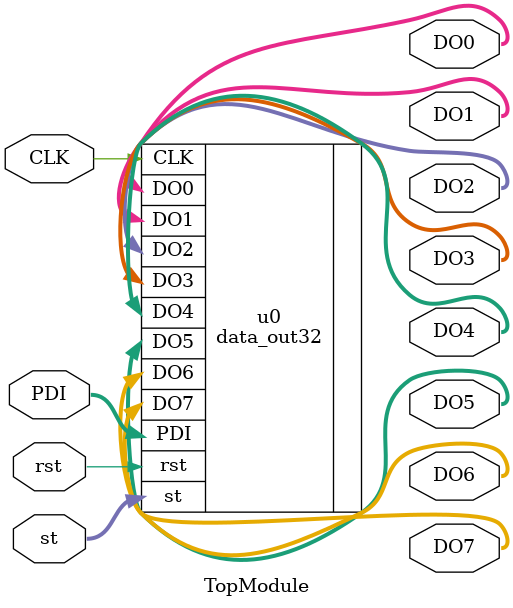
<source format=v>
module TopModule(CLK, rst, st, PDI, DO0, DO1, DO2, DO3, DO4, DO5, DO6, DO7);
	input CLK;					/* システムクロック */
	input rst;					/* rst = 1:初期化 */
	input [2:0] st;			/* 現在の状態 */
	input [255:0] PDI;		/* データ入力(β256bit) */
	output [31:0] DO0;		/* データ出力(β32bit) */
	output [31:0] DO1;		/* データ出力(β32bit) */
	output [31:0] DO2;		/* データ出力(β32bit) */
	output [31:0] DO3;		/* データ出力(β32bit) */
	output [31:0] DO4;		/* データ出力(β32bit) */
	output [31:0] DO5;		/* データ出力(β32bit) */
	output [31:0] DO6;		/* データ出力(β32bit) */
	output [31:0] DO7;		/* データ出力(β32bit) */
	
	data_out32 u0(.CLK(CLK), .rst(rst), .st(st), .PDI(PDI), .DO0(DO0), .DO1(DO1), .DO2(DO2), .DO3(DO3), .DO4(DO4), .DO5(DO5), .DO6(DO6), .DO7(DO7));

endmodule

</source>
